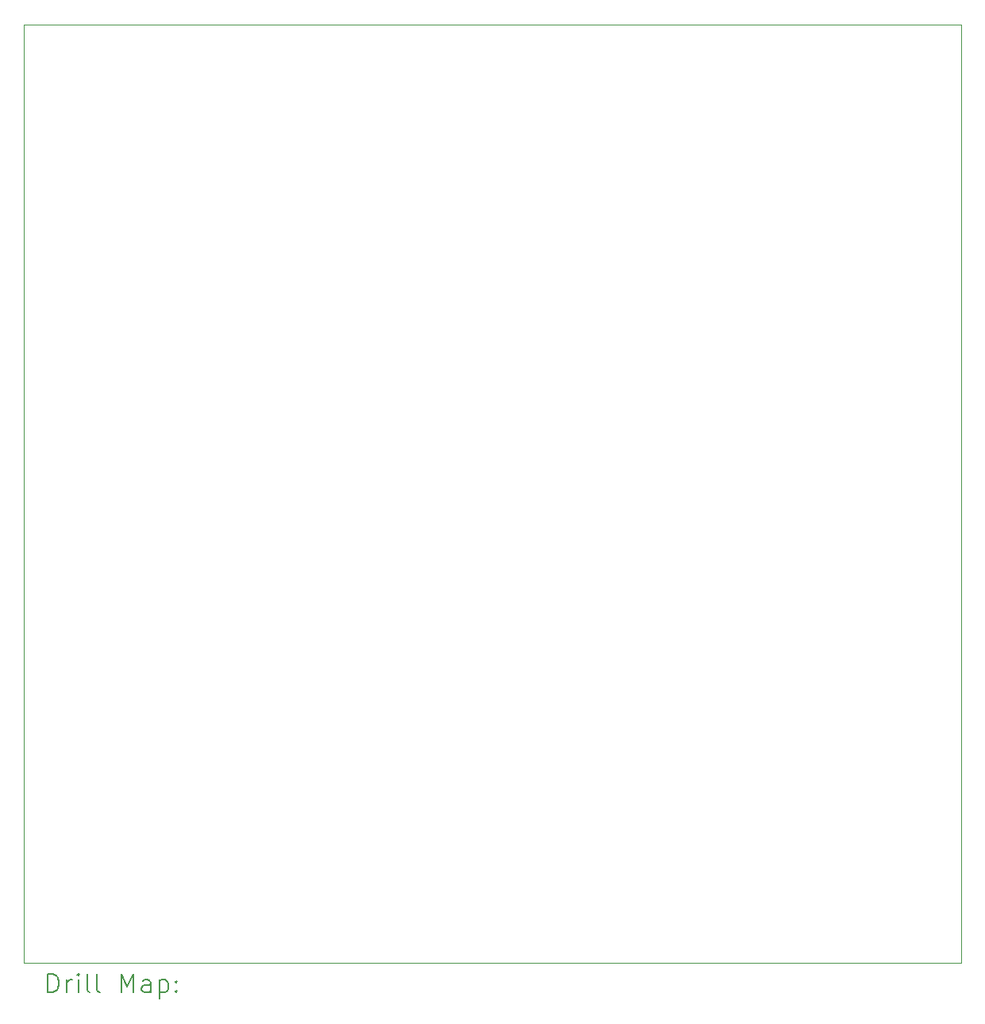
<source format=gbr>
%TF.GenerationSoftware,KiCad,Pcbnew,7.0.10*%
%TF.CreationDate,2024-01-28T11:03:54+01:00*%
%TF.ProjectId,EuroMeasure-IonGaugeController,4575726f-4d65-4617-9375-72652d496f6e,1.1.0*%
%TF.SameCoordinates,Original*%
%TF.FileFunction,Drillmap*%
%TF.FilePolarity,Positive*%
%FSLAX45Y45*%
G04 Gerber Fmt 4.5, Leading zero omitted, Abs format (unit mm)*
G04 Created by KiCad (PCBNEW 7.0.10) date 2024-01-28 11:03:54*
%MOMM*%
%LPD*%
G01*
G04 APERTURE LIST*
%ADD10C,0.100000*%
%ADD11C,0.200000*%
G04 APERTURE END LIST*
D10*
X10000000Y-5000000D02*
X20000000Y-5000000D01*
X20000000Y-15000000D01*
X10000000Y-15000000D01*
X10000000Y-5000000D01*
D11*
X10255777Y-15316484D02*
X10255777Y-15116484D01*
X10255777Y-15116484D02*
X10303396Y-15116484D01*
X10303396Y-15116484D02*
X10331967Y-15126008D01*
X10331967Y-15126008D02*
X10351015Y-15145055D01*
X10351015Y-15145055D02*
X10360539Y-15164103D01*
X10360539Y-15164103D02*
X10370063Y-15202198D01*
X10370063Y-15202198D02*
X10370063Y-15230769D01*
X10370063Y-15230769D02*
X10360539Y-15268865D01*
X10360539Y-15268865D02*
X10351015Y-15287912D01*
X10351015Y-15287912D02*
X10331967Y-15306960D01*
X10331967Y-15306960D02*
X10303396Y-15316484D01*
X10303396Y-15316484D02*
X10255777Y-15316484D01*
X10455777Y-15316484D02*
X10455777Y-15183150D01*
X10455777Y-15221246D02*
X10465301Y-15202198D01*
X10465301Y-15202198D02*
X10474824Y-15192674D01*
X10474824Y-15192674D02*
X10493872Y-15183150D01*
X10493872Y-15183150D02*
X10512920Y-15183150D01*
X10579586Y-15316484D02*
X10579586Y-15183150D01*
X10579586Y-15116484D02*
X10570063Y-15126008D01*
X10570063Y-15126008D02*
X10579586Y-15135531D01*
X10579586Y-15135531D02*
X10589110Y-15126008D01*
X10589110Y-15126008D02*
X10579586Y-15116484D01*
X10579586Y-15116484D02*
X10579586Y-15135531D01*
X10703396Y-15316484D02*
X10684348Y-15306960D01*
X10684348Y-15306960D02*
X10674824Y-15287912D01*
X10674824Y-15287912D02*
X10674824Y-15116484D01*
X10808158Y-15316484D02*
X10789110Y-15306960D01*
X10789110Y-15306960D02*
X10779586Y-15287912D01*
X10779586Y-15287912D02*
X10779586Y-15116484D01*
X11036729Y-15316484D02*
X11036729Y-15116484D01*
X11036729Y-15116484D02*
X11103396Y-15259341D01*
X11103396Y-15259341D02*
X11170063Y-15116484D01*
X11170063Y-15116484D02*
X11170063Y-15316484D01*
X11351015Y-15316484D02*
X11351015Y-15211722D01*
X11351015Y-15211722D02*
X11341491Y-15192674D01*
X11341491Y-15192674D02*
X11322443Y-15183150D01*
X11322443Y-15183150D02*
X11284348Y-15183150D01*
X11284348Y-15183150D02*
X11265301Y-15192674D01*
X11351015Y-15306960D02*
X11331967Y-15316484D01*
X11331967Y-15316484D02*
X11284348Y-15316484D01*
X11284348Y-15316484D02*
X11265301Y-15306960D01*
X11265301Y-15306960D02*
X11255777Y-15287912D01*
X11255777Y-15287912D02*
X11255777Y-15268865D01*
X11255777Y-15268865D02*
X11265301Y-15249817D01*
X11265301Y-15249817D02*
X11284348Y-15240293D01*
X11284348Y-15240293D02*
X11331967Y-15240293D01*
X11331967Y-15240293D02*
X11351015Y-15230769D01*
X11446253Y-15183150D02*
X11446253Y-15383150D01*
X11446253Y-15192674D02*
X11465301Y-15183150D01*
X11465301Y-15183150D02*
X11503396Y-15183150D01*
X11503396Y-15183150D02*
X11522443Y-15192674D01*
X11522443Y-15192674D02*
X11531967Y-15202198D01*
X11531967Y-15202198D02*
X11541491Y-15221246D01*
X11541491Y-15221246D02*
X11541491Y-15278388D01*
X11541491Y-15278388D02*
X11531967Y-15297436D01*
X11531967Y-15297436D02*
X11522443Y-15306960D01*
X11522443Y-15306960D02*
X11503396Y-15316484D01*
X11503396Y-15316484D02*
X11465301Y-15316484D01*
X11465301Y-15316484D02*
X11446253Y-15306960D01*
X11627205Y-15297436D02*
X11636729Y-15306960D01*
X11636729Y-15306960D02*
X11627205Y-15316484D01*
X11627205Y-15316484D02*
X11617682Y-15306960D01*
X11617682Y-15306960D02*
X11627205Y-15297436D01*
X11627205Y-15297436D02*
X11627205Y-15316484D01*
X11627205Y-15192674D02*
X11636729Y-15202198D01*
X11636729Y-15202198D02*
X11627205Y-15211722D01*
X11627205Y-15211722D02*
X11617682Y-15202198D01*
X11617682Y-15202198D02*
X11627205Y-15192674D01*
X11627205Y-15192674D02*
X11627205Y-15211722D01*
M02*

</source>
